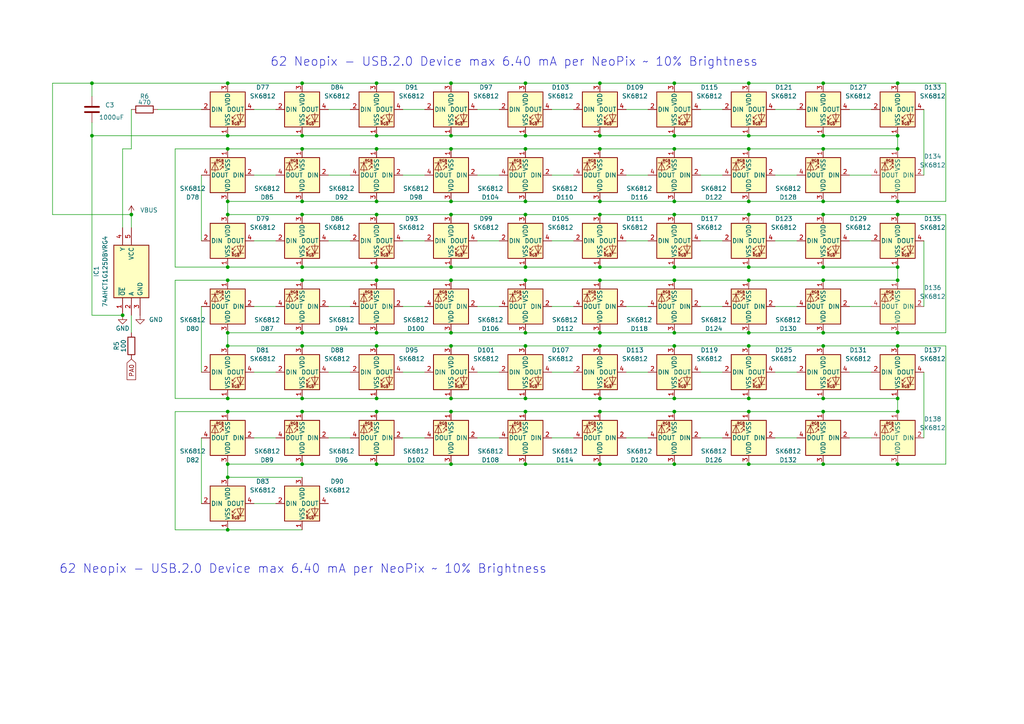
<source format=kicad_sch>
(kicad_sch (version 20250114) (generator "eeschema") (generator_version "9.0")
  (paper "A4")
  (lib_symbols
    (symbol "Device:C" (pin_numbers (hide yes)) (pin_names (offset 0.254))
      (property "Reference" "C" (at 0.635 2.54 0))
      (property "Value" "C" (at 0.635 -2.54 0))
      (symbol "C_0_1"
        (polyline (pts (xy -2.032 0.762) (xy 2.032 0.762)) (stroke (width 0.508)))
        (polyline (pts (xy -2.032 -0.762) (xy 2.032 -0.762)) (stroke (width 0.508)))
      )
      (symbol "C_1_1"
        (pin passive line (at 0 3.81 270) (length 2.794) (name "~") (number "1"))
        (pin passive line (at 0 -3.81 90) (length 2.794) (name "~") (number "2"))
      )
    )
    (symbol "Device:R" (pin_numbers (hide yes)) (pin_names (offset 0))
      (property "Reference" "R" (at 2.032 0 90))
      (property "Value" "R" (at 0 0 90))
      (symbol "R_0_1"
        (rectangle (start -1.016 -2.54) (end 1.016 2.54) (stroke (width 0.254)))
      )
      (symbol "R_1_1"
        (pin passive line (at 0 3.81 270) (length 1.27) (name "~") (number "1"))
        (pin passive line (at 0 -3.81 90) (length 1.27) (name "~") (number "2"))
      )
    )
    (symbol "JonasLib-Git:74AHCT1G125DBVRG4"
      (property "Reference" "IC" (at 21.59 7.62 0))
      (property "Value" "74AHCT1G125DBVRG4" (at 21.59 5.08 0))
      (symbol "74AHCT1G125DBVRG4_1_1"
        (rectangle (start 5.08 2.54) (end 20.32 -7.62) (stroke (width 0.254)) (fill (type background)))
        (pin passive line (at 0 0 0) (length 5.08) (name "~{OE}") (number "1"))
        (pin passive line (at 0 -2.54 0) (length 5.08) (name "A") (number "2"))
        (pin passive line (at 0 -5.08 0) (length 5.08) (name "GND") (number "3"))
        (pin passive line (at 25.4 0 180) (length 5.08) (name "Y") (number "4"))
        (pin passive line (at 25.4 -2.54 180) (length 5.08) (name "VCC") (number "5"))
      )
    )
    (symbol "LED:SK6812" (pin_names (offset 0.254))
      (property "Reference" "D" (at 5.08 5.715 0))
      (property "Value" "SK6812" (at 1.27 -5.715 0))
      (symbol "SK6812_0_0"
        (text "RGB" (at 2.286 -4.191 0) (effects (font (size 0.762 0.762))))
      )
      (symbol "SK6812_0_1"
        (polyline (pts (xy 1.27 -2.54) (xy 1.778 -2.54)))
        (polyline (pts (xy 1.27 -3.556) (xy 1.778 -3.556)))
        (polyline (pts (xy 2.286 -1.524) (xy 1.27 -2.54) (xy 1.27 -2.032)))
        (polyline (pts (xy 2.286 -2.54) (xy 1.27 -3.556) (xy 1.27 -3.048)))
        (polyline (pts (xy 3.683 -1.016) (xy 3.683 -3.556) (xy 3.683 -4.064)))
        (polyline (pts (xy 4.699 -1.524) (xy 2.667 -1.524) (xy 3.683 -3.556) (xy 4.699 -1.524)))
        (polyline (pts (xy 4.699 -3.556) (xy 2.667 -3.556)))
        (rectangle (start 5.08 5.08) (end -5.08 -5.08) (stroke (width 0.254)) (fill (type background)))
      )
      (symbol "SK6812_1_1"
        (pin input line (at -7.62 0 0) (length 2.54) (name "DIN") (number "2"))
        (pin power_in line (at 0 7.62 270) (length 2.54) (name "VDD") (number "3"))
        (pin power_in line (at 0 -7.62 90) (length 2.54) (name "VSS") (number "1"))
        (pin output line (at 7.62 0 180) (length 2.54) (name "DOUT") (number "4"))
      )
    )
    (symbol "power:GND" (power) (pin_numbers (hide yes)) (pin_names (offset 0) (hide yes))
      (property "Value" "GND" (at 0 -3.81 0))
      (symbol "GND_0_1"
        (polyline (pts (xy 0 0) (xy 0 -1.27) (xy 1.27 -1.27) (xy 0 -2.54) (xy -1.27 -1.27) (xy 0 -1.27)))
      )
      (symbol "GND_1_1"
        (pin power_in line (at 0 0 270) (length 0) (name "~") (number "1"))
      )
    )
    (symbol "power:VBUS" (power) (pin_numbers (hide yes)) (pin_names (offset 0) (hide yes))
      (property "Value" "VBUS" (at 0 3.556 0))
      (symbol "VBUS_0_1"
        (polyline (pts (xy -0.762 1.27) (xy 0 2.54)))
        (polyline (pts (xy 0 2.54) (xy 0.762 1.27)))
        (polyline (pts (xy 0 0) (xy 0 2.54)))
      )
      (symbol "VBUS_1_1"
        (pin power_in line (at 0 0 90) (length 0) (name "~") (number "1"))
      )
    )
  )
  (text "62 Neopix - USB.2.0 Device max 6.40 mA per NeoPix ~ 10% Brightness\n" (at 87.884 165.1 0) (effects (font (size 2.54 2.54))))
  (text "62 Neopix - USB.2.0 Device max 6.40 mA per NeoPix ~ 10% Brightness\n" (at 149.098 18.034 0) (effects (font (size 2.54 2.54))))
  (junction (at 195.58 62.23))
  (junction (at 260.35 96.52))
  (junction (at 152.4 77.47))
  (junction (at 173.99 119.38))
  (junction (at 173.99 43.18))
  (junction (at 217.17 43.18))
  (junction (at 66.04 62.23))
  (junction (at 66.04 81.28))
  (junction (at 260.35 43.18))
  (junction (at 109.22 100.33))
  (junction (at 66.04 96.52))
  (junction (at 173.99 100.33))
  (junction (at 38.1 62.23))
  (junction (at 87.63 115.57))
  (junction (at 35.56 91.44))
  (junction (at 260.35 39.37))
  (junction (at 152.4 96.52))
  (junction (at 130.81 77.47))
  (junction (at 109.22 62.23))
  (junction (at 195.58 100.33))
  (junction (at 152.4 58.42))
  (junction (at 130.81 81.28))
  (junction (at 152.4 119.38))
  (junction (at 130.81 100.33))
  (junction (at 173.99 81.28))
  (junction (at 109.22 134.62))
  (junction (at 173.99 134.62))
  (junction (at 217.17 77.47))
  (junction (at 238.76 115.57))
  (junction (at 173.99 39.37))
  (junction (at 195.58 24.13))
  (junction (at 152.4 39.37))
  (junction (at 238.76 119.38))
  (junction (at 87.63 100.33))
  (junction (at 130.81 43.18))
  (junction (at 238.76 62.23))
  (junction (at 66.04 153.67))
  (junction (at 238.76 96.52))
  (junction (at 130.81 39.37))
  (junction (at 238.76 43.18))
  (junction (at 195.58 77.47))
  (junction (at 173.99 115.57))
  (junction (at 260.35 134.62))
  (junction (at 152.4 62.23))
  (junction (at 109.22 58.42))
  (junction (at 87.63 81.28))
  (junction (at 195.58 134.62))
  (junction (at 260.35 58.42))
  (junction (at 130.81 134.62))
  (junction (at 217.17 24.13))
  (junction (at 109.22 43.18))
  (junction (at 130.81 115.57))
  (junction (at 195.58 115.57))
  (junction (at 109.22 77.47))
  (junction (at 66.04 134.62))
  (junction (at 26.67 24.13))
  (junction (at 195.58 96.52))
  (junction (at 195.58 39.37))
  (junction (at 66.04 43.18))
  (junction (at 260.35 62.23))
  (junction (at 130.81 58.42))
  (junction (at 152.4 115.57))
  (junction (at 260.35 100.33))
  (junction (at 260.35 24.13))
  (junction (at 152.4 43.18))
  (junction (at 173.99 62.23))
  (junction (at 195.58 119.38))
  (junction (at 87.63 96.52))
  (junction (at 109.22 96.52))
  (junction (at 109.22 39.37))
  (junction (at 152.4 134.62))
  (junction (at 217.17 96.52))
  (junction (at 217.17 100.33))
  (junction (at 238.76 77.47))
  (junction (at 217.17 119.38))
  (junction (at 238.76 81.28))
  (junction (at 217.17 58.42))
  (junction (at 238.76 100.33))
  (junction (at 87.63 134.62))
  (junction (at 217.17 115.57))
  (junction (at 238.76 58.42))
  (junction (at 173.99 58.42))
  (junction (at 238.76 39.37))
  (junction (at 152.4 81.28))
  (junction (at 130.81 24.13))
  (junction (at 66.04 100.33))
  (junction (at 109.22 115.57))
  (junction (at 87.63 62.23))
  (junction (at 260.35 77.47))
  (junction (at 66.04 115.57))
  (junction (at 217.17 134.62))
  (junction (at 238.76 134.62))
  (junction (at 66.04 77.47))
  (junction (at 109.22 119.38))
  (junction (at 66.04 138.43))
  (junction (at 260.35 119.38))
  (junction (at 87.63 43.18))
  (junction (at 217.17 39.37))
  (junction (at 195.58 81.28))
  (junction (at 238.76 24.13))
  (junction (at 130.81 96.52))
  (junction (at 173.99 77.47))
  (junction (at 152.4 24.13))
  (junction (at 66.04 24.13))
  (junction (at 87.63 77.47))
  (junction (at 173.99 24.13))
  (junction (at 109.22 81.28))
  (junction (at 109.22 24.13))
  (junction (at 66.04 119.38))
  (junction (at 260.35 81.28))
  (junction (at 130.81 119.38))
  (junction (at 66.04 39.37))
  (junction (at 260.35 115.57))
  (junction (at 26.67 39.37))
  (junction (at 87.63 24.13))
  (junction (at 195.58 58.42))
  (junction (at 87.63 58.42))
  (junction (at 217.17 81.28))
  (junction (at 87.63 39.37))
  (junction (at 217.17 62.23))
  (junction (at 87.63 119.38))
  (junction (at 173.99 96.52))
  (junction (at 66.04 58.42))
  (junction (at 130.81 62.23))
  (junction (at 195.58 43.18))
  (junction (at 152.4 100.33))
  (wire (pts (xy 260.35 62.23) (xy 274.32 62.23)))
  (wire (pts (xy 87.63 119.38) (xy 66.04 119.38)))
  (wire (pts (xy 195.58 81.28) (xy 173.99 81.28)))
  (wire (pts (xy 66.04 96.52) (xy 66.04 100.33)))
  (wire (pts (xy 66.04 77.47) (xy 87.63 77.47)))
  (wire (pts (xy 195.58 96.52) (xy 173.99 96.52)))
  (wire (pts (xy 217.17 39.37) (xy 238.76 39.37)))
  (wire (pts (xy 130.81 115.57) (xy 152.4 115.57)))
  (wire (pts (xy 95.25 31.75) (xy 101.6 31.75)))
  (wire (pts (xy 144.78 50.8) (xy 138.43 50.8)))
  (wire (pts (xy 209.55 88.9) (xy 203.2 88.9)))
  (wire (pts (xy 238.76 39.37) (xy 260.35 39.37)))
  (wire (pts (xy 152.4 39.37) (xy 173.99 39.37)))
  (wire (pts (xy 160.02 31.75) (xy 166.37 31.75)))
  (wire (pts (xy 152.4 96.52) (xy 130.81 96.52)))
  (wire (pts (xy 238.76 43.18) (xy 260.35 43.18)))
  (wire (pts (xy 231.14 88.9) (xy 224.79 88.9)))
  (wire (pts (xy 87.63 96.52) (xy 66.04 96.52)))
  (wire (pts (xy 66.04 134.62) (xy 66.04 138.43)))
  (wire (pts (xy 238.76 134.62) (xy 260.35 134.62)))
  (wire (pts (xy 26.67 35.56) (xy 26.67 39.37)))
  (wire (pts (xy 195.58 134.62) (xy 173.99 134.62)))
  (wire (pts (xy 173.99 24.13) (xy 195.58 24.13)))
  (wire (pts (xy 109.22 24.13) (xy 130.81 24.13)))
  (wire (pts (xy 109.22 96.52) (xy 87.63 96.52)))
  (wire (pts (xy 173.99 77.47) (xy 195.58 77.47)))
  (wire (pts (xy 195.58 119.38) (xy 173.99 119.38)))
  (wire (pts (xy 50.8 119.38) (xy 50.8 153.67)))
  (wire (pts (xy 109.22 115.57) (xy 130.81 115.57)))
  (wire (pts (xy 173.99 58.42) (xy 152.4 58.42)))
  (wire (pts (xy 66.04 62.23) (xy 87.63 62.23)))
  (wire (pts (xy 130.81 43.18) (xy 109.22 43.18)))
  (wire (pts (xy 260.35 115.57) (xy 260.35 119.38)))
  (wire (pts (xy 195.58 58.42) (xy 173.99 58.42)))
  (wire (pts (xy 130.81 81.28) (xy 109.22 81.28)))
  (wire (pts (xy 109.22 119.38) (xy 87.63 119.38)))
  (wire (pts (xy 66.04 119.38) (xy 50.8 119.38)))
  (wire (pts (xy 50.8 81.28) (xy 50.8 115.57)))
  (wire (pts (xy 58.42 88.9) (xy 58.42 107.95)))
  (wire (pts (xy 130.81 77.47) (xy 152.4 77.47)))
  (wire (pts (xy 217.17 134.62) (xy 195.58 134.62)))
  (wire (pts (xy 238.76 119.38) (xy 260.35 119.38)))
  (wire (pts (xy 101.6 88.9) (xy 95.25 88.9)))
  (wire (pts (xy 181.61 31.75) (xy 187.96 31.75)))
  (wire (pts (xy 35.56 43.18) (xy 38.1 43.18)))
  (wire (pts (xy 274.32 134.62) (xy 260.35 134.62)))
  (wire (pts (xy 15.24 24.13) (xy 15.24 62.23)))
  (wire (pts (xy 130.81 58.42) (xy 109.22 58.42)))
  (wire (pts (xy 260.35 77.47) (xy 260.35 81.28)))
  (wire (pts (xy 274.32 24.13) (xy 274.32 58.42)))
  (wire (pts (xy 260.35 24.13) (xy 274.32 24.13)))
  (wire (pts (xy 130.81 24.13) (xy 152.4 24.13)))
  (wire (pts (xy 130.81 96.52) (xy 109.22 96.52)))
  (wire (pts (xy 203.2 69.85) (xy 209.55 69.85)))
  (wire (pts (xy 66.04 115.57) (xy 87.63 115.57)))
  (wire (pts (xy 181.61 107.95) (xy 187.96 107.95)))
  (wire (pts (xy 238.76 119.38) (xy 217.17 119.38)))
  (wire (pts (xy 195.58 100.33) (xy 217.17 100.33)))
  (wire (pts (xy 50.8 115.57) (xy 66.04 115.57)))
  (wire (pts (xy 238.76 62.23) (xy 260.35 62.23)))
  (wire (pts (xy 187.96 127) (xy 181.61 127)))
  (wire (pts (xy 267.97 31.75) (xy 267.97 50.8)))
  (wire (pts (xy 38.1 96.52) (xy 38.1 91.44)))
  (wire (pts (xy 260.35 58.42) (xy 274.32 58.42)))
  (wire (pts (xy 66.04 58.42) (xy 66.04 62.23)))
  (wire (pts (xy 224.79 31.75) (xy 231.14 31.75)))
  (wire (pts (xy 195.58 39.37) (xy 217.17 39.37)))
  (wire (pts (xy 73.66 31.75) (xy 80.01 31.75)))
  (wire (pts (xy 87.63 100.33) (xy 109.22 100.33)))
  (wire (pts (xy 238.76 43.18) (xy 217.17 43.18)))
  (wire (pts (xy 116.84 69.85) (xy 123.19 69.85)))
  (wire (pts (xy 58.42 31.75) (xy 45.72 31.75)))
  (wire (pts (xy 26.67 91.44) (xy 26.67 39.37)))
  (wire (pts (xy 181.61 69.85) (xy 187.96 69.85)))
  (wire (pts (xy 109.22 100.33) (xy 130.81 100.33)))
  (wire (pts (xy 138.43 31.75) (xy 144.78 31.75)))
  (wire (pts (xy 246.38 127) (xy 252.73 127)))
  (wire (pts (xy 152.4 134.62) (xy 130.81 134.62)))
  (wire (pts (xy 238.76 24.13) (xy 260.35 24.13)))
  (wire (pts (xy 152.4 81.28) (xy 130.81 81.28)))
  (wire (pts (xy 73.66 69.85) (xy 80.01 69.85)))
  (wire (pts (xy 116.84 107.95) (xy 123.19 107.95)))
  (wire (pts (xy 109.22 134.62) (xy 87.63 134.62)))
  (wire (pts (xy 173.99 100.33) (xy 195.58 100.33)))
  (wire (pts (xy 26.67 39.37) (xy 66.04 39.37)))
  (wire (pts (xy 26.67 24.13) (xy 66.04 24.13)))
  (wire (pts (xy 130.81 39.37) (xy 152.4 39.37)))
  (wire (pts (xy 246.38 107.95) (xy 252.73 107.95)))
  (wire (pts (xy 160.02 69.85) (xy 166.37 69.85)))
  (wire (pts (xy 87.63 81.28) (xy 66.04 81.28)))
  (wire (pts (xy 101.6 127) (xy 95.25 127)))
  (wire (pts (xy 274.32 100.33) (xy 274.32 134.62)))
  (wire (pts (xy 217.17 100.33) (xy 238.76 100.33)))
  (wire (pts (xy 209.55 50.8) (xy 203.2 50.8)))
  (wire (pts (xy 35.56 43.18) (xy 35.56 66.04)))
  (wire (pts (xy 173.99 119.38) (xy 152.4 119.38)))
  (wire (pts (xy 152.4 62.23) (xy 173.99 62.23)))
  (wire (pts (xy 173.99 62.23) (xy 195.58 62.23)))
  (wire (pts (xy 152.4 100.33) (xy 173.99 100.33)))
  (wire (pts (xy 238.76 96.52) (xy 217.17 96.52)))
  (wire (pts (xy 80.01 50.8) (xy 73.66 50.8)))
  (wire (pts (xy 87.63 39.37) (xy 109.22 39.37)))
  (wire (pts (xy 66.04 81.28) (xy 50.8 81.28)))
  (wire (pts (xy 87.63 134.62) (xy 66.04 134.62)))
  (wire (pts (xy 274.32 62.23) (xy 274.32 96.52)))
  (wire (pts (xy 246.38 88.9) (xy 252.73 88.9)))
  (wire (pts (xy 66.04 39.37) (xy 87.63 39.37)))
  (wire (pts (xy 58.42 127) (xy 58.42 146.05)))
  (wire (pts (xy 267.97 69.85) (xy 267.97 88.9)))
  (wire (pts (xy 203.2 31.75) (xy 209.55 31.75)))
  (wire (pts (xy 246.38 69.85) (xy 252.73 69.85)))
  (wire (pts (xy 238.76 96.52) (xy 260.35 96.52)))
  (wire (pts (xy 217.17 77.47) (xy 238.76 77.47)))
  (wire (pts (xy 195.58 24.13) (xy 217.17 24.13)))
  (wire (pts (xy 66.04 24.13) (xy 87.63 24.13)))
  (wire (pts (xy 195.58 115.57) (xy 217.17 115.57)))
  (wire (pts (xy 95.25 107.95) (xy 101.6 107.95)))
  (wire (pts (xy 109.22 81.28) (xy 87.63 81.28)))
  (wire (pts (xy 217.17 119.38) (xy 195.58 119.38)))
  (wire (pts (xy 173.99 43.18) (xy 152.4 43.18)))
  (wire (pts (xy 130.81 100.33) (xy 152.4 100.33)))
  (wire (pts (xy 217.17 81.28) (xy 195.58 81.28)))
  (wire (pts (xy 217.17 62.23) (xy 238.76 62.23)))
  (wire (pts (xy 58.42 50.8) (xy 58.42 69.85)))
  (wire (pts (xy 274.32 96.52) (xy 260.35 96.52)))
  (wire (pts (xy 173.99 115.57) (xy 195.58 115.57)))
  (wire (pts (xy 87.63 62.23) (xy 109.22 62.23)))
  (wire (pts (xy 195.58 43.18) (xy 173.99 43.18)))
  (wire (pts (xy 87.63 58.42) (xy 66.04 58.42)))
  (wire (pts (xy 95.25 69.85) (xy 101.6 69.85)))
  (wire (pts (xy 144.78 88.9) (xy 138.43 88.9)))
  (wire (pts (xy 238.76 115.57) (xy 260.35 115.57)))
  (wire (pts (xy 50.8 77.47) (xy 66.04 77.47)))
  (wire (pts (xy 187.96 88.9) (xy 181.61 88.9)))
  (wire (pts (xy 260.35 100.33) (xy 274.32 100.33)))
  (wire (pts (xy 130.81 134.62) (xy 109.22 134.62)))
  (wire (pts (xy 66.04 153.67) (xy 87.63 153.67)))
  (wire (pts (xy 15.24 62.23) (xy 38.1 62.23)))
  (wire (pts (xy 238.76 81.28) (xy 260.35 81.28)))
  (wire (pts (xy 217.17 96.52) (xy 195.58 96.52)))
  (wire (pts (xy 87.63 115.57) (xy 109.22 115.57)))
  (wire (pts (xy 109.22 58.42) (xy 87.63 58.42)))
  (wire (pts (xy 116.84 31.75) (xy 123.19 31.75)))
  (wire (pts (xy 238.76 81.28) (xy 217.17 81.28)))
  (wire (pts (xy 166.37 127) (xy 160.02 127)))
  (wire (pts (xy 123.19 127) (xy 116.84 127)))
  (wire (pts (xy 152.4 58.42) (xy 130.81 58.42)))
  (wire (pts (xy 87.63 24.13) (xy 109.22 24.13)))
  (wire (pts (xy 73.66 107.95) (xy 80.01 107.95)))
  (wire (pts (xy 66.04 43.18) (xy 50.8 43.18)))
  (wire (pts (xy 238.76 58.42) (xy 217.17 58.42)))
  (wire (pts (xy 109.22 39.37) (xy 130.81 39.37)))
  (wire (pts (xy 138.43 69.85) (xy 144.78 69.85)))
  (wire (pts (xy 217.17 115.57) (xy 238.76 115.57)))
  (wire (pts (xy 209.55 127) (xy 203.2 127)))
  (wire (pts (xy 238.76 77.47) (xy 260.35 77.47)))
  (wire (pts (xy 246.38 50.8) (xy 252.73 50.8)))
  (wire (pts (xy 50.8 153.67) (xy 66.04 153.67)))
  (wire (pts (xy 138.43 107.95) (xy 144.78 107.95)))
  (wire (pts (xy 224.79 107.95) (xy 231.14 107.95)))
  (wire (pts (xy 195.58 77.47) (xy 217.17 77.47)))
  (wire (pts (xy 152.4 43.18) (xy 130.81 43.18)))
  (wire (pts (xy 267.97 107.95) (xy 267.97 127)))
  (wire (pts (xy 109.22 62.23) (xy 130.81 62.23)))
  (wire (pts (xy 238.76 100.33) (xy 260.35 100.33)))
  (wire (pts (xy 166.37 50.8) (xy 160.02 50.8)))
  (wire (pts (xy 238.76 134.62) (xy 217.17 134.62)))
  (wire (pts (xy 217.17 24.13) (xy 238.76 24.13)))
  (wire (pts (xy 217.17 58.42) (xy 195.58 58.42)))
  (wire (pts (xy 260.35 39.37) (xy 260.35 43.18)))
  (wire (pts (xy 66.04 138.43) (xy 87.63 138.43)))
  (wire (pts (xy 130.81 119.38) (xy 109.22 119.38)))
  (wire (pts (xy 187.96 50.8) (xy 181.61 50.8)))
  (wire (pts (xy 35.56 91.44) (xy 26.67 91.44)))
  (wire (pts (xy 195.58 62.23) (xy 217.17 62.23)))
  (wire (pts (xy 87.63 43.18) (xy 66.04 43.18)))
  (wire (pts (xy 144.78 127) (xy 138.43 127)))
  (wire (pts (xy 38.1 43.18) (xy 38.1 31.75)))
  (wire (pts (xy 152.4 119.38) (xy 130.81 119.38)))
  (wire (pts (xy 152.4 115.57) (xy 173.99 115.57)))
  (wire (pts (xy 203.2 107.95) (xy 209.55 107.95)))
  (wire (pts (xy 109.22 77.47) (xy 130.81 77.47)))
  (wire (pts (xy 66.04 100.33) (xy 87.63 100.33)))
  (wire (pts (xy 160.02 107.95) (xy 166.37 107.95)))
  (wire (pts (xy 87.63 77.47) (xy 109.22 77.47)))
  (wire (pts (xy 238.76 58.42) (xy 260.35 58.42)))
  (wire (pts (xy 123.19 88.9) (xy 116.84 88.9)))
  (wire (pts (xy 15.24 24.13) (xy 26.67 24.13)))
  (wire (pts (xy 80.01 88.9) (xy 73.66 88.9)))
  (wire (pts (xy 38.1 62.23) (xy 38.1 66.04)))
  (wire (pts (xy 109.22 43.18) (xy 87.63 43.18)))
  (wire (pts (xy 246.38 31.75) (xy 252.73 31.75)))
  (wire (pts (xy 73.66 146.05) (xy 80.01 146.05)))
  (wire (pts (xy 26.67 24.13) (xy 26.67 27.94)))
  (wire (pts (xy 166.37 88.9) (xy 160.02 88.9)))
  (wire (pts (xy 130.81 62.23) (xy 152.4 62.23)))
  (wire (pts (xy 224.79 69.85) (xy 231.14 69.85)))
  (wire (pts (xy 50.8 43.18) (xy 50.8 77.47)))
  (wire (pts (xy 173.99 96.52) (xy 152.4 96.52)))
  (wire (pts (xy 217.17 43.18) (xy 195.58 43.18)))
  (wire (pts (xy 123.19 50.8) (xy 116.84 50.8)))
  (wire (pts (xy 231.14 127) (xy 224.79 127)))
  (wire (pts (xy 173.99 134.62) (xy 152.4 134.62)))
  (wire (pts (xy 152.4 24.13) (xy 173.99 24.13)))
  (wire (pts (xy 173.99 39.37) (xy 195.58 39.37)))
  (wire (pts (xy 152.4 77.47) (xy 173.99 77.47)))
  (wire (pts (xy 231.14 50.8) (xy 224.79 50.8)))
  (wire (pts (xy 173.99 81.28) (xy 152.4 81.28)))
  (wire (pts (xy 80.01 127) (xy 73.66 127)))
  (wire (pts (xy 101.6 50.8) (xy 95.25 50.8)))
  (global_label "PA0" (shape input) (at 38.1 104.14 270) (property "Intersheetrefs" "${INTERSHEET_REFS}" (effects (hide yes))))
  (symbol (lib_id "LED:SK6812") (at 260.35 127 180) (unit 1)
    (property "Reference" "D138" (at 270.51 121.5546 0))
    (property "Value" "SK6812" (at 270.51 124.0946 0))
    (property "Footprint" "LED_SMD:LED_SK6812_PLCC4_5.0x5.0mm_P3.2mm" (effects (hide yes)))
    (property "Datasheet" "https://cdn-shop.adafruit.com/product-files/1138/SK6812+LED+datasheet+.pdf" (effects (hide yes)))
    (property "Description" "RGB LED with integrated controller" (effects (hide yes)))
  )
  (symbol (lib_id "LED:SK6812") (at 66.04 107.95 0) (unit 1)
    (property "Reference" "D81" (at 76.2 101.5298 0))
    (property "Value" "SK6812" (at 76.2 104.0698 0))
    (property "Footprint" "LED_SMD:LED_SK6812_PLCC4_5.0x5.0mm_P3.2mm" (effects (hide yes)))
    (property "Datasheet" "https://cdn-shop.adafruit.com/product-files/1138/SK6812+LED+datasheet+.pdf" (effects (hide yes)))
    (property "Description" "RGB LED with integrated controller" (effects (hide yes)))
  )
  (symbol (lib_id "LED:SK6812") (at 130.81 88.9 180) (unit 1)
    (property "Reference" "D100" (at 120.65 95.3202 0))
    (property "Value" "SK6812" (at 120.65 92.7802 0))
    (property "Footprint" "LED_SMD:LED_SK6812_PLCC4_5.0x5.0mm_P3.2mm" (effects (hide yes)))
    (property "Datasheet" "https://cdn-shop.adafruit.com/product-files/1138/SK6812+LED+datasheet+.pdf" (effects (hide yes)))
    (property "Description" "RGB LED with integrated controller" (effects (hide yes)))
  )
  (symbol (lib_id "LED:SK6812") (at 173.99 69.85 0) (unit 1)
    (property "Reference" "D111" (at 184.15 63.4298 0))
    (property "Value" "SK6812" (at 184.15 65.9698 0))
    (property "Footprint" "LED_SMD:LED_SK6812_PLCC4_5.0x5.0mm_P3.2mm" (effects (hide yes)))
    (property "Datasheet" "https://cdn-shop.adafruit.com/product-files/1138/SK6812+LED+datasheet+.pdf" (effects (hide yes)))
    (property "Description" "RGB LED with integrated controller" (effects (hide yes)))
  )
  (symbol (lib_id "LED:SK6812") (at 87.63 31.75 0) (unit 1)
    (property "Reference" "D84" (at 97.79 25.3298 0))
    (property "Value" "SK6812" (at 97.79 27.8698 0))
    (property "Footprint" "LED_SMD:LED_SK6812_PLCC4_5.0x5.0mm_P3.2mm" (effects (hide yes)))
    (property "Datasheet" "https://cdn-shop.adafruit.com/product-files/1138/SK6812+LED+datasheet+.pdf" (effects (hide yes)))
    (property "Description" "RGB LED with integrated controller" (effects (hide yes)))
  )
  (symbol (lib_id "LED:SK6812") (at 238.76 88.9 180) (unit 1)
    (property "Reference" "D130" (at 228.6 95.3202 0))
    (property "Value" "SK6812" (at 228.6 92.7802 0))
    (property "Footprint" "LED_SMD:LED_SK6812_PLCC4_5.0x5.0mm_P3.2mm" (effects (hide yes)))
    (property "Datasheet" "https://cdn-shop.adafruit.com/product-files/1138/SK6812+LED+datasheet+.pdf" (effects (hide yes)))
    (property "Description" "RGB LED with integrated controller" (effects (hide yes)))
  )
  (symbol (lib_id "LED:SK6812") (at 130.81 69.85 0) (unit 1)
    (property "Reference" "D99" (at 140.97 63.4298 0))
    (property "Value" "SK6812" (at 140.97 65.9698 0))
    (property "Footprint" "LED_SMD:LED_SK6812_PLCC4_5.0x5.0mm_P3.2mm" (effects (hide yes)))
    (property "Datasheet" "https://cdn-shop.adafruit.com/product-files/1138/SK6812+LED+datasheet+.pdf" (effects (hide yes)))
    (property "Description" "RGB LED with integrated controller" (effects (hide yes)))
  )
  (symbol (lib_id "power:VBUS") (at 38.1 62.23 0) (unit 1)
    (property "Reference" "#PWR04" (effects (hide yes)))
    (property "Value" "VBUS" (at 40.64 60.9599 0) (effects (justify left)))
    (property "Description" "Power symbol creates a global label with name \"VBUS\"" (effects (hide yes)))
  )
  (symbol (lib_id "LED:SK6812") (at 87.63 107.95 0) (unit 1)
    (property "Reference" "D88" (at 97.79 101.5298 0))
    (property "Value" "SK6812" (at 97.79 104.0698 0))
    (property "Footprint" "LED_SMD:LED_SK6812_PLCC4_5.0x5.0mm_P3.2mm" (effects (hide yes)))
    (property "Datasheet" "https://cdn-shop.adafruit.com/product-files/1138/SK6812+LED+datasheet+.pdf" (effects (hide yes)))
    (property "Description" "RGB LED with integrated controller" (effects (hide yes)))
  )
  (symbol (lib_id "LED:SK6812") (at 109.22 88.9 180) (unit 1)
    (property "Reference" "D94" (at 99.06 95.3202 0))
    (property "Value" "SK6812" (at 99.06 92.7802 0))
    (property "Footprint" "LED_SMD:LED_SK6812_PLCC4_5.0x5.0mm_P3.2mm" (effects (hide yes)))
    (property "Datasheet" "https://cdn-shop.adafruit.com/product-files/1138/SK6812+LED+datasheet+.pdf" (effects (hide yes)))
    (property "Description" "RGB LED with integrated controller" (effects (hide yes)))
  )
  (symbol (lib_id "LED:SK6812") (at 217.17 69.85 0) (unit 1)
    (property "Reference" "D123" (at 227.33 63.4298 0))
    (property "Value" "SK6812" (at 227.33 65.9698 0))
    (property "Footprint" "LED_SMD:LED_SK6812_PLCC4_5.0x5.0mm_P3.2mm" (effects (hide yes)))
    (property "Datasheet" "https://cdn-shop.adafruit.com/product-files/1138/SK6812+LED+datasheet+.pdf" (effects (hide yes)))
    (property "Description" "RGB LED with integrated controller" (effects (hide yes)))
  )
  (symbol (lib_id "Device:C") (at 26.67 31.75 0) (unit 1)
    (property "Reference" "C3" (at 30.48 30.4799 0) (effects (justify left)))
    (property "Value" "1000uF" (at 28.702 34.036 0) (effects (justify left)))
    (property "Footprint" "Capacitor_THT:C_Rect_L4.0mm_W2.5mm_P2.50mm" (effects (hide yes)))
    (property "Description" "Unpolarized capacitor" (effects (hide yes)))
  )
  (symbol (lib_id "LED:SK6812") (at 66.04 146.05 0) (unit 1)
    (property "Reference" "D83" (at 76.2 139.6298 0))
    (property "Value" "SK6812" (at 76.2 142.1698 0))
    (property "Footprint" "LED_SMD:LED_SK6812_PLCC4_5.0x5.0mm_P3.2mm" (effects (hide yes)))
    (property "Datasheet" "https://cdn-shop.adafruit.com/product-files/1138/SK6812+LED+datasheet+.pdf" (effects (hide yes)))
    (property "Description" "RGB LED with integrated controller" (effects (hide yes)))
  )
  (symbol (lib_id "LED:SK6812") (at 217.17 107.95 0) (unit 1)
    (property "Reference" "D125" (at 227.33 101.5298 0))
    (property "Value" "SK6812" (at 227.33 104.0698 0))
    (property "Footprint" "LED_SMD:LED_SK6812_PLCC4_5.0x5.0mm_P3.2mm" (effects (hide yes)))
    (property "Datasheet" "https://cdn-shop.adafruit.com/product-files/1138/SK6812+LED+datasheet+.pdf" (effects (hide yes)))
    (property "Description" "RGB LED with integrated controller" (effects (hide yes)))
  )
  (symbol (lib_id "LED:SK6812") (at 152.4 31.75 0) (unit 1)
    (property "Reference" "D103" (at 162.56 25.3298 0))
    (property "Value" "SK6812" (at 162.56 27.8698 0))
    (property "Footprint" "LED_SMD:LED_SK6812_PLCC4_5.0x5.0mm_P3.2mm" (effects (hide yes)))
    (property "Datasheet" "https://cdn-shop.adafruit.com/product-files/1138/SK6812+LED+datasheet+.pdf" (effects (hide yes)))
    (property "Description" "RGB LED with integrated controller" (effects (hide yes)))
  )
  (symbol (lib_id "LED:SK6812") (at 217.17 50.8 180) (unit 1)
    (property "Reference" "D122" (at 207.01 57.2202 0))
    (property "Value" "SK6812" (at 207.01 54.6802 0))
    (property "Footprint" "LED_SMD:LED_SK6812_PLCC4_5.0x5.0mm_P3.2mm" (effects (hide yes)))
    (property "Datasheet" "https://cdn-shop.adafruit.com/product-files/1138/SK6812+LED+datasheet+.pdf" (effects (hide yes)))
    (property "Description" "RGB LED with integrated controller" (effects (hide yes)))
  )
  (symbol (lib_id "Device:R") (at 38.1 100.33 180) (unit 1)
    (property "Reference" "R5" (at 33.782 100.33 90))
    (property "Value" "100" (at 35.814 100.33 90))
    (property "Footprint" "Resistor_SMD:R_0603_1608Metric" (effects (hide yes)))
    (property "Description" "Resistor" (effects (hide yes)))
  )
  (symbol (lib_id "LED:SK6812") (at 130.81 31.75 0) (unit 1)
    (property "Reference" "D97" (at 140.97 25.3298 0))
    (property "Value" "SK6812" (at 140.97 27.8698 0))
    (property "Footprint" "LED_SMD:LED_SK6812_PLCC4_5.0x5.0mm_P3.2mm" (effects (hide yes)))
    (property "Datasheet" "https://cdn-shop.adafruit.com/product-files/1138/SK6812+LED+datasheet+.pdf" (effects (hide yes)))
    (property "Description" "RGB LED with integrated controller" (effects (hide yes)))
  )
  (symbol (lib_id "JonasLib-Git:74AHCT1G125DBVRG4") (at 35.56 91.44 90) (unit 1)
    (property "Reference" "IC1" (at 27.94 78.74 0))
    (property "Value" "74AHCT1G125DBVRG4" (at 30.48 78.74 0))
    (property "Footprint" "JonasLib-Git:SOT95P280X145-5N" (effects (hide yes)))
    (property "Datasheet" "https://www.ti.com/lit/ds/symlink/sn74ahct1g125.pdf?ts=1634112803697&ref_url=https%253A%252F%252Fwww.ti.com%252Fstore%252Fti%252Fen%252Fp%252Fproduct%252F%253Fp%253D74AHCT1G125DBVRG4" (effects (hide yes)))
    (property "Description" "Buffer/Line Driver 1-CH Non-Inverting 3-ST CMOS 5-Pin SOT-23 T/R" (effects (hide yes)))
    (property "Height" "1.45" (effects (hide yes)))
    (property "Mouser Part Number" "595-74AHCT1G125DBVRG" (effects (hide yes)))
    (property "Mouser Price/Stock" "https://www.mouser.co.uk/ProductDetail/Texas-Instruments/74AHCT1G125DBVRG4?qs=AsTZqt%2Fmeqmdp%2FqacFx%2F5Q%3D%3D" (effects (hide yes)))
    (property "Manufacturer_Name" "Texas Instruments" (effects (hide yes)))
    (property "Manufacturer_Part_Number" "74AHCT1G125DBVRG4" (effects (hide yes)))
  )
  (symbol (lib_id "LED:SK6812") (at 109.22 127 180) (unit 1)
    (property "Reference" "D96" (at 99.06 133.4202 0))
    (property "Value" "SK6812" (at 99.06 130.8802 0))
    (property "Footprint" "LED_SMD:LED_SK6812_PLCC4_5.0x5.0mm_P3.2mm" (effects (hide yes)))
    (property "Datasheet" "https://cdn-shop.adafruit.com/product-files/1138/SK6812+LED+datasheet+.pdf" (effects (hide yes)))
    (property "Description" "RGB LED with integrated controller" (effects (hide yes)))
  )
  (symbol (lib_id "LED:SK6812") (at 109.22 50.8 180) (unit 1)
    (property "Reference" "D92" (at 99.06 57.2202 0))
    (property "Value" "SK6812" (at 99.06 54.6802 0))
    (property "Footprint" "LED_SMD:LED_SK6812_PLCC4_5.0x5.0mm_P3.2mm" (effects (hide yes)))
    (property "Datasheet" "https://cdn-shop.adafruit.com/product-files/1138/SK6812+LED+datasheet+.pdf" (effects (hide yes)))
    (property "Description" "RGB LED with integrated controller" (effects (hide yes)))
  )
  (symbol (lib_id "LED:SK6812") (at 87.63 50.8 180) (unit 1)
    (property "Reference" "D85" (at 77.47 57.2202 0))
    (property "Value" "SK6812" (at 77.47 54.6802 0))
    (property "Footprint" "LED_SMD:LED_SK6812_PLCC4_5.0x5.0mm_P3.2mm" (effects (hide yes)))
    (property "Datasheet" "https://cdn-shop.adafruit.com/product-files/1138/SK6812+LED+datasheet+.pdf" (effects (hide yes)))
    (property "Description" "RGB LED with integrated controller" (effects (hide yes)))
  )
  (symbol (lib_id "LED:SK6812") (at 260.35 69.85 0) (unit 1)
    (property "Reference" "D135" (at 270.51 63.4298 0))
    (property "Value" "SK6812" (at 270.51 65.9698 0))
    (property "Footprint" "LED_SMD:LED_SK6812_PLCC4_5.0x5.0mm_P3.2mm" (effects (hide yes)))
    (property "Datasheet" "https://cdn-shop.adafruit.com/product-files/1138/SK6812+LED+datasheet+.pdf" (effects (hide yes)))
    (property "Description" "RGB LED with integrated controller" (effects (hide yes)))
  )
  (symbol (lib_id "power:GND") (at 40.64 91.44 0) (unit 1)
    (property "Reference" "#PWR01" (effects (hide yes)))
    (property "Value" "GND" (at 43.18 92.7099 0) (effects (justify left)))
    (property "Description" "Power symbol creates a global label with name \"GND\" , ground" (effects (hide yes)))
  )
  (symbol (lib_id "LED:SK6812") (at 238.76 50.8 180) (unit 1)
    (property "Reference" "D128" (at 228.6 57.2202 0))
    (property "Value" "SK6812" (at 228.6 54.6802 0))
    (property "Footprint" "LED_SMD:LED_SK6812_PLCC4_5.0x5.0mm_P3.2mm" (effects (hide yes)))
    (property "Datasheet" "https://cdn-shop.adafruit.com/product-files/1138/SK6812+LED+datasheet+.pdf" (effects (hide yes)))
    (property "Description" "RGB LED with integrated controller" (effects (hide yes)))
  )
  (symbol (lib_id "LED:SK6812") (at 173.99 31.75 0) (unit 1)
    (property "Reference" "D109" (at 184.15 25.3298 0))
    (property "Value" "SK6812" (at 184.15 27.8698 0))
    (property "Footprint" "LED_SMD:LED_SK6812_PLCC4_5.0x5.0mm_P3.2mm" (effects (hide yes)))
    (property "Datasheet" "https://cdn-shop.adafruit.com/product-files/1138/SK6812+LED+datasheet+.pdf" (effects (hide yes)))
    (property "Description" "RGB LED with integrated controller" (effects (hide yes)))
  )
  (symbol (lib_id "LED:SK6812") (at 87.63 69.85 0) (unit 1)
    (property "Reference" "D86" (at 97.79 63.4298 0))
    (property "Value" "SK6812" (at 97.79 65.9698 0))
    (property "Footprint" "LED_SMD:LED_SK6812_PLCC4_5.0x5.0mm_P3.2mm" (effects (hide yes)))
    (property "Datasheet" "https://cdn-shop.adafruit.com/product-files/1138/SK6812+LED+datasheet+.pdf" (effects (hide yes)))
    (property "Description" "RGB LED with integrated controller" (effects (hide yes)))
  )
  (symbol (lib_id "Device:R") (at 41.91 31.75 90) (unit 1)
    (property "Reference" "R6" (at 41.91 27.94 90))
    (property "Value" "470" (at 41.91 29.718 90))
    (property "Footprint" "Resistor_SMD:R_0603_1608Metric" (effects (hide yes)))
    (property "Description" "Resistor" (effects (hide yes)))
  )
  (symbol (lib_id "LED:SK6812") (at 152.4 69.85 0) (unit 1)
    (property "Reference" "D105" (at 162.56 63.4298 0))
    (property "Value" "SK6812" (at 162.56 65.9698 0))
    (property "Footprint" "LED_SMD:LED_SK6812_PLCC4_5.0x5.0mm_P3.2mm" (effects (hide yes)))
    (property "Datasheet" "https://cdn-shop.adafruit.com/product-files/1138/SK6812+LED+datasheet+.pdf" (effects (hide yes)))
    (property "Description" "RGB LED with integrated controller" (effects (hide yes)))
  )
  (symbol (lib_id "LED:SK6812") (at 217.17 127 180) (unit 1)
    (property "Reference" "D126" (at 207.01 133.4202 0))
    (property "Value" "SK6812" (at 207.01 130.8802 0))
    (property "Footprint" "LED_SMD:LED_SK6812_PLCC4_5.0x5.0mm_P3.2mm" (effects (hide yes)))
    (property "Datasheet" "https://cdn-shop.adafruit.com/product-files/1138/SK6812+LED+datasheet+.pdf" (effects (hide yes)))
    (property "Description" "RGB LED with integrated controller" (effects (hide yes)))
  )
  (symbol (lib_id "power:GND") (at 35.56 91.44 0) (unit 1)
    (property "Reference" "#PWR03" (effects (hide yes)))
    (property "Value" "GND" (at 35.56 95.25 0))
    (property "Description" "Power symbol creates a global label with name \"GND\" , ground" (effects (hide yes)))
  )
  (symbol (lib_id "LED:SK6812") (at 66.04 50.8 180) (unit 1)
    (property "Reference" "D78" (at 55.88 57.2202 0))
    (property "Value" "SK6812" (at 55.88 54.6802 0))
    (property "Footprint" "LED_SMD:LED_SK6812_PLCC4_5.0x5.0mm_P3.2mm" (effects (hide yes)))
    (property "Datasheet" "https://cdn-shop.adafruit.com/product-files/1138/SK6812+LED+datasheet+.pdf" (effects (hide yes)))
    (property "Description" "RGB LED with integrated controller" (effects (hide yes)))
  )
  (symbol (lib_id "LED:SK6812") (at 238.76 69.85 0) (unit 1)
    (property "Reference" "D129" (at 248.92 63.4298 0))
    (property "Value" "SK6812" (at 248.92 65.9698 0))
    (property "Footprint" "LED_SMD:LED_SK6812_PLCC4_5.0x5.0mm_P3.2mm" (effects (hide yes)))
    (property "Datasheet" "https://cdn-shop.adafruit.com/product-files/1138/SK6812+LED+datasheet+.pdf" (effects (hide yes)))
    (property "Description" "RGB LED with integrated controller" (effects (hide yes)))
  )
  (symbol (lib_id "LED:SK6812") (at 152.4 127 180) (unit 1)
    (property "Reference" "D108" (at 142.24 133.4202 0))
    (property "Value" "SK6812" (at 142.24 130.8802 0))
    (property "Footprint" "LED_SMD:LED_SK6812_PLCC4_5.0x5.0mm_P3.2mm" (effects (hide yes)))
    (property "Datasheet" "https://cdn-shop.adafruit.com/product-files/1138/SK6812+LED+datasheet+.pdf" (effects (hide yes)))
    (property "Description" "RGB LED with integrated controller" (effects (hide yes)))
  )
  (symbol (lib_id "LED:SK6812") (at 173.99 88.9 180) (unit 1)
    (property "Reference" "D112" (at 163.83 95.3202 0))
    (property "Value" "SK6812" (at 163.83 92.7802 0))
    (property "Footprint" "LED_SMD:LED_SK6812_PLCC4_5.0x5.0mm_P3.2mm" (effects (hide yes)))
    (property "Datasheet" "https://cdn-shop.adafruit.com/product-files/1138/SK6812+LED+datasheet+.pdf" (effects (hide yes)))
    (property "Description" "RGB LED with integrated controller" (effects (hide yes)))
  )
  (symbol (lib_id "LED:SK6812") (at 130.81 107.95 0) (unit 1)
    (property "Reference" "D101" (at 140.97 101.5298 0))
    (property "Value" "SK6812" (at 140.97 104.0698 0))
    (property "Footprint" "LED_SMD:LED_SK6812_PLCC4_5.0x5.0mm_P3.2mm" (effects (hide yes)))
    (property "Datasheet" "https://cdn-shop.adafruit.com/product-files/1138/SK6812+LED+datasheet+.pdf" (effects (hide yes)))
    (property "Description" "RGB LED with integrated controller" (effects (hide yes)))
  )
  (symbol (lib_id "LED:SK6812") (at 217.17 88.9 180) (unit 1)
    (property "Reference" "D124" (at 207.01 95.3202 0))
    (property "Value" "SK6812" (at 207.01 92.7802 0))
    (property "Footprint" "LED_SMD:LED_SK6812_PLCC4_5.0x5.0mm_P3.2mm" (effects (hide yes)))
    (property "Datasheet" "https://cdn-shop.adafruit.com/product-files/1138/SK6812+LED+datasheet+.pdf" (effects (hide yes)))
    (property "Description" "RGB LED with integrated controller" (effects (hide yes)))
  )
  (symbol (lib_id "LED:SK6812") (at 238.76 31.75 0) (unit 1)
    (property "Reference" "D127" (at 248.92 25.3298 0))
    (property "Value" "SK6812" (at 248.92 27.8698 0))
    (property "Footprint" "LED_SMD:LED_SK6812_PLCC4_5.0x5.0mm_P3.2mm" (effects (hide yes)))
    (property "Datasheet" "https://cdn-shop.adafruit.com/product-files/1138/SK6812+LED+datasheet+.pdf" (effects (hide yes)))
    (property "Description" "RGB LED with integrated controller" (effects (hide yes)))
  )
  (symbol (lib_id "LED:SK6812") (at 195.58 31.75 0) (unit 1)
    (property "Reference" "D115" (at 205.74 25.3298 0))
    (property "Value" "SK6812" (at 205.74 27.8698 0))
    (property "Footprint" "LED_SMD:LED_SK6812_PLCC4_5.0x5.0mm_P3.2mm" (effects (hide yes)))
    (property "Datasheet" "https://cdn-shop.adafruit.com/product-files/1138/SK6812+LED+datasheet+.pdf" (effects (hide yes)))
    (property "Description" "RGB LED with integrated controller" (effects (hide yes)))
  )
  (symbol (lib_id "LED:SK6812") (at 109.22 107.95 0) (unit 1)
    (property "Reference" "D95" (at 119.38 101.5298 0))
    (property "Value" "SK6812" (at 119.38 104.0698 0))
    (property "Footprint" "LED_SMD:LED_SK6812_PLCC4_5.0x5.0mm_P3.2mm" (effects (hide yes)))
    (property "Datasheet" "https://cdn-shop.adafruit.com/product-files/1138/SK6812+LED+datasheet+.pdf" (effects (hide yes)))
    (property "Description" "RGB LED with integrated controller" (effects (hide yes)))
  )
  (symbol (lib_id "LED:SK6812") (at 217.17 31.75 0) (unit 1)
    (property "Reference" "D121" (at 227.33 25.3298 0))
    (property "Value" "SK6812" (at 227.33 27.8698 0))
    (property "Footprint" "LED_SMD:LED_SK6812_PLCC4_5.0x5.0mm_P3.2mm" (effects (hide yes)))
    (property "Datasheet" "https://cdn-shop.adafruit.com/product-files/1138/SK6812+LED+datasheet+.pdf" (effects (hide yes)))
    (property "Description" "RGB LED with integrated controller" (effects (hide yes)))
  )
  (symbol (lib_id "LED:SK6812") (at 173.99 50.8 180) (unit 1)
    (property "Reference" "D110" (at 163.83 57.2202 0))
    (property "Value" "SK6812" (at 163.83 54.6802 0))
    (property "Footprint" "LED_SMD:LED_SK6812_PLCC4_5.0x5.0mm_P3.2mm" (effects (hide yes)))
    (property "Datasheet" "https://cdn-shop.adafruit.com/product-files/1138/SK6812+LED+datasheet+.pdf" (effects (hide yes)))
    (property "Description" "RGB LED with integrated controller" (effects (hide yes)))
  )
  (symbol (lib_id "LED:SK6812") (at 87.63 146.05 0) (unit 1)
    (property "Reference" "D90" (at 97.79 139.6298 0))
    (property "Value" "SK6812" (at 97.79 142.1698 0))
    (property "Footprint" "LED_SMD:LED_SK6812_PLCC4_5.0x5.0mm_P3.2mm" (effects (hide yes)))
    (property "Datasheet" "https://cdn-shop.adafruit.com/product-files/1138/SK6812+LED+datasheet+.pdf" (effects (hide yes)))
    (property "Description" "RGB LED with integrated controller" (effects (hide yes)))
  )
  (symbol (lib_id "LED:SK6812") (at 238.76 107.95 0) (unit 1)
    (property "Reference" "D131" (at 248.92 101.5298 0))
    (property "Value" "SK6812" (at 248.92 104.0698 0))
    (property "Footprint" "LED_SMD:LED_SK6812_PLCC4_5.0x5.0mm_P3.2mm" (effects (hide yes)))
    (property "Datasheet" "https://cdn-shop.adafruit.com/product-files/1138/SK6812+LED+datasheet+.pdf" (effects (hide yes)))
    (property "Description" "RGB LED with integrated controller" (effects (hide yes)))
  )
  (symbol (lib_id "LED:SK6812") (at 260.35 31.75 0) (unit 1)
    (property "Reference" "D133" (at 270.51 25.3298 0))
    (property "Value" "SK6812" (at 270.51 27.8698 0))
    (property "Footprint" "LED_SMD:LED_SK6812_PLCC4_5.0x5.0mm_P3.2mm" (effects (hide yes)))
    (property "Datasheet" "https://cdn-shop.adafruit.com/product-files/1138/SK6812+LED+datasheet+.pdf" (effects (hide yes)))
    (property "Description" "RGB LED with integrated controller" (effects (hide yes)))
  )
  (symbol (lib_id "LED:SK6812") (at 87.63 127 180) (unit 1)
    (property "Reference" "D89" (at 77.47 133.4202 0))
    (property "Value" "SK6812" (at 77.47 130.8802 0))
    (property "Footprint" "LED_SMD:LED_SK6812_PLCC4_5.0x5.0mm_P3.2mm" (effects (hide yes)))
    (property "Datasheet" "https://cdn-shop.adafruit.com/product-files/1138/SK6812+LED+datasheet+.pdf" (effects (hide yes)))
    (property "Description" "RGB LED with integrated controller" (effects (hide yes)))
  )
  (symbol (lib_id "LED:SK6812") (at 260.35 107.95 0) (unit 1)
    (property "Reference" "D137" (at 270.51 101.5298 0))
    (property "Value" "SK6812" (at 270.51 104.0698 0))
    (property "Footprint" "LED_SMD:LED_SK6812_PLCC4_5.0x5.0mm_P3.2mm" (effects (hide yes)))
    (property "Datasheet" "https://cdn-shop.adafruit.com/product-files/1138/SK6812+LED+datasheet+.pdf" (effects (hide yes)))
    (property "Description" "RGB LED with integrated controller" (effects (hide yes)))
  )
  (symbol (lib_id "LED:SK6812") (at 195.58 50.8 180) (unit 1)
    (property "Reference" "D116" (at 185.42 57.2202 0))
    (property "Value" "SK6812" (at 185.42 54.6802 0))
    (property "Footprint" "LED_SMD:LED_SK6812_PLCC4_5.0x5.0mm_P3.2mm" (effects (hide yes)))
    (property "Datasheet" "https://cdn-shop.adafruit.com/product-files/1138/SK6812+LED+datasheet+.pdf" (effects (hide yes)))
    (property "Description" "RGB LED with integrated controller" (effects (hide yes)))
  )
  (symbol (lib_id "LED:SK6812") (at 238.76 127 180) (unit 1)
    (property "Reference" "D132" (at 228.6 133.4202 0))
    (property "Value" "SK6812" (at 228.6 130.8802 0))
    (property "Footprint" "LED_SMD:LED_SK6812_PLCC4_5.0x5.0mm_P3.2mm" (effects (hide yes)))
    (property "Datasheet" "https://cdn-shop.adafruit.com/product-files/1138/SK6812+LED+datasheet+.pdf" (effects (hide yes)))
    (property "Description" "RGB LED with integrated controller" (effects (hide yes)))
  )
  (symbol (lib_id "LED:SK6812") (at 195.58 127 180) (unit 1)
    (property "Reference" "D120" (at 185.42 133.4202 0))
    (property "Value" "SK6812" (at 185.42 130.8802 0))
    (property "Footprint" "LED_SMD:LED_SK6812_PLCC4_5.0x5.0mm_P3.2mm" (effects (hide yes)))
    (property "Datasheet" "https://cdn-shop.adafruit.com/product-files/1138/SK6812+LED+datasheet+.pdf" (effects (hide yes)))
    (property "Description" "RGB LED with integrated controller" (effects (hide yes)))
  )
  (symbol (lib_id "LED:SK6812") (at 173.99 127 180) (unit 1)
    (property "Reference" "D114" (at 163.83 133.4202 0))
    (property "Value" "SK6812" (at 163.83 130.8802 0))
    (property "Footprint" "LED_SMD:LED_SK6812_PLCC4_5.0x5.0mm_P3.2mm" (effects (hide yes)))
    (property "Datasheet" "https://cdn-shop.adafruit.com/product-files/1138/SK6812+LED+datasheet+.pdf" (effects (hide yes)))
    (property "Description" "RGB LED with integrated controller" (effects (hide yes)))
  )
  (symbol (lib_id "LED:SK6812") (at 66.04 127 180) (unit 1)
    (property "Reference" "D82" (at 55.88 133.4202 0))
    (property "Value" "SK6812" (at 55.88 130.8802 0))
    (property "Footprint" "LED_SMD:LED_SK6812_PLCC4_5.0x5.0mm_P3.2mm" (effects (hide yes)))
    (property "Datasheet" "https://cdn-shop.adafruit.com/product-files/1138/SK6812+LED+datasheet+.pdf" (effects (hide yes)))
    (property "Description" "RGB LED with integrated controller" (effects (hide yes)))
  )
  (symbol (lib_id "LED:SK6812") (at 195.58 88.9 180) (unit 1)
    (property "Reference" "D118" (at 185.42 95.3202 0))
    (property "Value" "SK6812" (at 185.42 92.7802 0))
    (property "Footprint" "LED_SMD:LED_SK6812_PLCC4_5.0x5.0mm_P3.2mm" (effects (hide yes)))
    (property "Datasheet" "https://cdn-shop.adafruit.com/product-files/1138/SK6812+LED+datasheet+.pdf" (effects (hide yes)))
    (property "Description" "RGB LED with integrated controller" (effects (hide yes)))
  )
  (symbol (lib_id "LED:SK6812") (at 195.58 69.85 0) (unit 1)
    (property "Reference" "D117" (at 205.74 63.4298 0))
    (property "Value" "SK6812" (at 205.74 65.9698 0))
    (property "Footprint" "LED_SMD:LED_SK6812_PLCC4_5.0x5.0mm_P3.2mm" (effects (hide yes)))
    (property "Datasheet" "https://cdn-shop.adafruit.com/product-files/1138/SK6812+LED+datasheet+.pdf" (effects (hide yes)))
    (property "Description" "RGB LED with integrated controller" (effects (hide yes)))
  )
  (symbol (lib_id "LED:SK6812") (at 109.22 69.85 0) (unit 1)
    (property "Reference" "D93" (at 119.38 63.4298 0))
    (property "Value" "SK6812" (at 119.38 65.9698 0))
    (property "Footprint" "LED_SMD:LED_SK6812_PLCC4_5.0x5.0mm_P3.2mm" (effects (hide yes)))
    (property "Datasheet" "https://cdn-shop.adafruit.com/product-files/1138/SK6812+LED+datasheet+.pdf" (effects (hide yes)))
    (property "Description" "RGB LED with integrated controller" (effects (hide yes)))
  )
  (symbol (lib_id "LED:SK6812") (at 66.04 88.9 180) (unit 1)
    (property "Reference" "D80" (at 55.88 95.3202 0))
    (property "Value" "SK6812" (at 55.88 92.7802 0))
    (property "Footprint" "LED_SMD:LED_SK6812_PLCC4_5.0x5.0mm_P3.2mm" (effects (hide yes)))
    (property "Datasheet" "https://cdn-shop.adafruit.com/product-files/1138/SK6812+LED+datasheet+.pdf" (effects (hide yes)))
    (property "Description" "RGB LED with integrated controller" (effects (hide yes)))
  )
  (symbol (lib_id "LED:SK6812") (at 130.81 50.8 180) (unit 1)
    (property "Reference" "D98" (at 120.65 57.2202 0))
    (property "Value" "SK6812" (at 120.65 54.6802 0))
    (property "Footprint" "LED_SMD:LED_SK6812_PLCC4_5.0x5.0mm_P3.2mm" (effects (hide yes)))
    (property "Datasheet" "https://cdn-shop.adafruit.com/product-files/1138/SK6812+LED+datasheet+.pdf" (effects (hide yes)))
    (property "Description" "RGB LED with integrated controller" (effects (hide yes)))
  )
  (symbol (lib_id "LED:SK6812") (at 130.81 127 180) (unit 1)
    (property "Reference" "D102" (at 120.65 133.4202 0))
    (property "Value" "SK6812" (at 120.65 130.8802 0))
    (property "Footprint" "LED_SMD:LED_SK6812_PLCC4_5.0x5.0mm_P3.2mm" (effects (hide yes)))
    (property "Datasheet" "https://cdn-shop.adafruit.com/product-files/1138/SK6812+LED+datasheet+.pdf" (effects (hide yes)))
    (property "Description" "RGB LED with integrated controller" (effects (hide yes)))
  )
  (symbol (lib_id "LED:SK6812") (at 152.4 88.9 180) (unit 1)
    (property "Reference" "D106" (at 142.24 95.3202 0))
    (property "Value" "SK6812" (at 142.24 92.7802 0))
    (property "Footprint" "LED_SMD:LED_SK6812_PLCC4_5.0x5.0mm_P3.2mm" (effects (hide yes)))
    (property "Datasheet" "https://cdn-shop.adafruit.com/product-files/1138/SK6812+LED+datasheet+.pdf" (effects (hide yes)))
    (property "Description" "RGB LED with integrated controller" (effects (hide yes)))
  )
  (symbol (lib_id "LED:SK6812") (at 152.4 107.95 0) (unit 1)
    (property "Reference" "D107" (at 162.56 101.5298 0))
    (property "Value" "SK6812" (at 162.56 104.0698 0))
    (property "Footprint" "LED_SMD:LED_SK6812_PLCC4_5.0x5.0mm_P3.2mm" (effects (hide yes)))
    (property "Datasheet" "https://cdn-shop.adafruit.com/product-files/1138/SK6812+LED+datasheet+.pdf" (effects (hide yes)))
    (property "Description" "RGB LED with integrated controller" (effects (hide yes)))
  )
  (symbol (lib_id "LED:SK6812") (at 87.63 88.9 180) (unit 1)
    (property "Reference" "D87" (at 77.47 95.3202 0))
    (property "Value" "SK6812" (at 77.47 92.7802 0))
    (property "Footprint" "LED_SMD:LED_SK6812_PLCC4_5.0x5.0mm_P3.2mm" (effects (hide yes)))
    (property "Datasheet" "https://cdn-shop.adafruit.com/product-files/1138/SK6812+LED+datasheet+.pdf" (effects (hide yes)))
    (property "Description" "RGB LED with integrated controller" (effects (hide yes)))
  )
  (symbol (lib_id "LED:SK6812") (at 173.99 107.95 0) (unit 1)
    (property "Reference" "D113" (at 184.15 101.5298 0))
    (property "Value" "SK6812" (at 184.15 104.0698 0))
    (property "Footprint" "LED_SMD:LED_SK6812_PLCC4_5.0x5.0mm_P3.2mm" (effects (hide yes)))
    (property "Datasheet" "https://cdn-shop.adafruit.com/product-files/1138/SK6812+LED+datasheet+.pdf" (effects (hide yes)))
    (property "Description" "RGB LED with integrated controller" (effects (hide yes)))
  )
  (symbol (lib_id "LED:SK6812") (at 66.04 69.85 0) (unit 1)
    (property "Reference" "D79" (at 76.2 63.4298 0))
    (property "Value" "SK6812" (at 76.2 65.9698 0))
    (property "Footprint" "LED_SMD:LED_SK6812_PLCC4_5.0x5.0mm_P3.2mm" (effects (hide yes)))
    (property "Datasheet" "https://cdn-shop.adafruit.com/product-files/1138/SK6812+LED+datasheet+.pdf" (effects (hide yes)))
    (property "Description" "RGB LED with integrated controller" (effects (hide yes)))
  )
  (symbol (lib_id "LED:SK6812") (at 66.04 31.75 0) (unit 1)
    (property "Reference" "D77" (at 76.2 25.3298 0))
    (property "Value" "SK6812" (at 76.2 27.8698 0))
    (property "Footprint" "LED_SMD:LED_SK6812_PLCC4_5.0x5.0mm_P3.2mm" (effects (hide yes)))
    (property "Datasheet" "https://cdn-shop.adafruit.com/product-files/1138/SK6812+LED+datasheet+.pdf" (effects (hide yes)))
    (property "Description" "RGB LED with integrated controller" (effects (hide yes)))
  )
  (symbol (lib_id "LED:SK6812") (at 260.35 88.9 180) (unit 1)
    (property "Reference" "D136" (at 270.51 83.4546 0))
    (property "Value" "SK6812" (at 270.51 85.9946 0))
    (property "Footprint" "LED_SMD:LED_SK6812_PLCC4_5.0x5.0mm_P3.2mm" (effects (hide yes)))
    (property "Datasheet" "https://cdn-shop.adafruit.com/product-files/1138/SK6812+LED+datasheet+.pdf" (effects (hide yes)))
    (property "Description" "RGB LED with integrated controller" (effects (hide yes)))
  )
  (symbol (lib_id "LED:SK6812") (at 260.35 50.8 180) (unit 1)
    (property "Reference" "D134" (at 270.51 45.3546 0))
    (property "Value" "SK6812" (at 270.51 47.8946 0))
    (property "Footprint" "LED_SMD:LED_SK6812_PLCC4_5.0x5.0mm_P3.2mm" (effects (hide yes)))
    (property "Datasheet" "https://cdn-shop.adafruit.com/product-files/1138/SK6812+LED+datasheet+.pdf" (effects (hide yes)))
    (property "Description" "RGB LED with integrated controller" (effects (hide yes)))
  )
  (symbol (lib_id "LED:SK6812") (at 152.4 50.8 180) (unit 1)
    (property "Reference" "D104" (at 142.24 57.2202 0))
    (property "Value" "SK6812" (at 142.24 54.6802 0))
    (property "Footprint" "LED_SMD:LED_SK6812_PLCC4_5.0x5.0mm_P3.2mm" (effects (hide yes)))
    (property "Datasheet" "https://cdn-shop.adafruit.com/product-files/1138/SK6812+LED+datasheet+.pdf" (effects (hide yes)))
    (property "Description" "RGB LED with integrated controller" (effects (hide yes)))
  )
  (symbol (lib_id "LED:SK6812") (at 195.58 107.95 0) (unit 1)
    (property "Reference" "D119" (at 205.74 101.5298 0))
    (property "Value" "SK6812" (at 205.74 104.0698 0))
    (property "Footprint" "LED_SMD:LED_SK6812_PLCC4_5.0x5.0mm_P3.2mm" (effects (hide yes)))
    (property "Datasheet" "https://cdn-shop.adafruit.com/product-files/1138/SK6812+LED+datasheet+.pdf" (effects (hide yes)))
    (property "Description" "RGB LED with integrated controller" (effects (hide yes)))
  )
  (symbol (lib_id "LED:SK6812") (at 109.22 31.75 0) (unit 1)
    (property "Reference" "D91" (at 119.38 25.3298 0))
    (property "Value" "SK6812" (at 119.38 27.8698 0))
    (property "Footprint" "LED_SMD:LED_SK6812_PLCC4_5.0x5.0mm_P3.2mm" (effects (hide yes)))
    (property "Datasheet" "https://cdn-shop.adafruit.com/product-files/1138/SK6812+LED+datasheet+.pdf" (effects (hide yes)))
    (property "Description" "RGB LED with integrated controller" (effects (hide yes)))
  )
)
</source>
